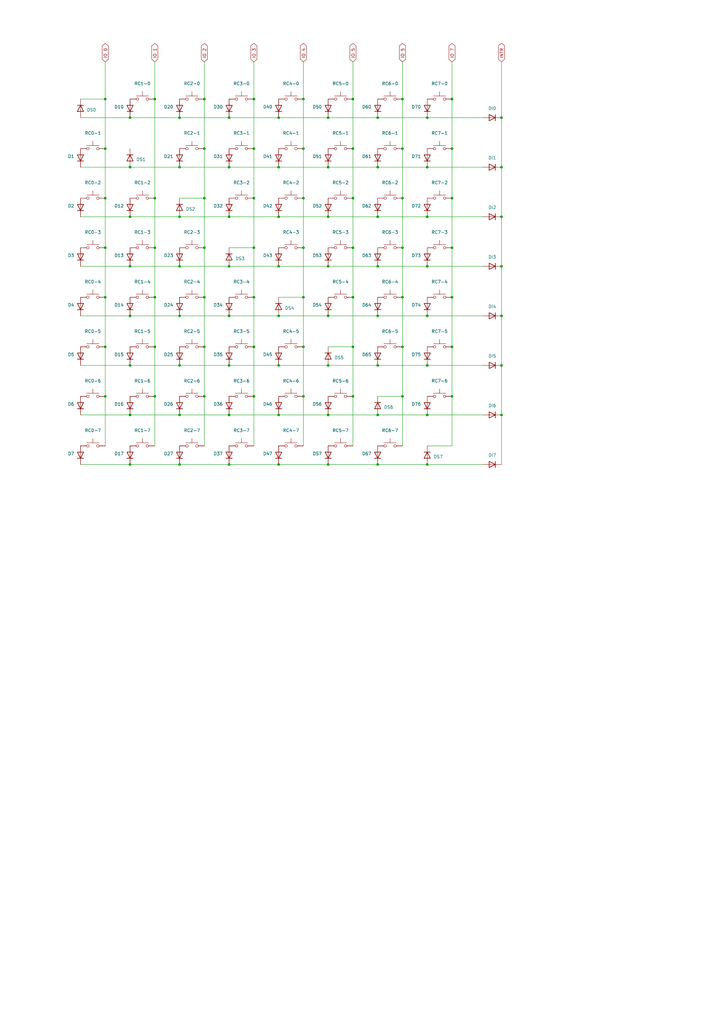
<source format=kicad_sch>
(kicad_sch (version 20230121) (generator eeschema)
  (paper "A3" portrait)
  (lib_symbols
    (symbol "Diode:1N4148" (pin_numbers hide) (pin_names hide)
      (property "Reference" "D" (at 0 2.54 0))
      (property "Value" "1N4148" (at 0 -2.54 0))
      (symbol "1N4148_1_1"
        (pin passive line (at -3.81 0 0) (length 2.54) (name "K") (number "1"))
        (pin passive line (at 3.81 0 180) (length 2.54) (name "A") (number "2"))
      )
    )
    (symbol "Switch:SW_Push" (pin_numbers hide) (pin_names (offset 1.016) hide)
      (property "Reference" "SW" (at 1.27 2.54 0))
      (property "Value" "SW_Push" (at 0 -1.524 0))
      (symbol "SW_Push_0_1"
        (pin passive line (at -5.08 0 0) (length 2.54) (name "1") (number "1"))
        (pin passive line (at 5.08 0 180) (length 2.54) (name "2") (number "2"))
      )
    )
  )
  (junction (at 165.1 142.24))
  (junction (at 185.42 101.6))
  (junction (at 104.14 81.28))
  (junction (at 43.18 162.56))
  (junction (at 165.1 40.64))
  (junction (at 63.5 101.6))
  (junction (at 124.46 101.6))
  (junction (at 73.66 149.86))
  (junction (at 134.62 48.26))
  (junction (at 93.98 129.54))
  (junction (at 43.18 40.64))
  (junction (at 53.34 190.5))
  (junction (at 83.82 40.64))
  (junction (at 53.34 170.18))
  (junction (at 175.26 88.9))
  (junction (at 185.42 81.28))
  (junction (at 175.26 149.86))
  (junction (at 104.14 60.96))
  (junction (at 114.3 170.18))
  (junction (at 73.66 68.58))
  (junction (at 205.74 170.18))
  (junction (at 93.98 88.9))
  (junction (at 185.42 40.64))
  (junction (at 154.94 190.5))
  (junction (at 165.1 81.28))
  (junction (at 175.26 170.18))
  (junction (at 124.46 40.64))
  (junction (at 134.62 68.58))
  (junction (at 154.94 149.86))
  (junction (at 73.66 170.18))
  (junction (at 93.98 149.86))
  (junction (at 83.82 162.56))
  (junction (at 114.3 88.9))
  (junction (at 124.46 81.28))
  (junction (at 104.14 40.64))
  (junction (at 205.74 88.9))
  (junction (at 185.42 60.96))
  (junction (at 175.26 129.54))
  (junction (at 134.62 190.5))
  (junction (at 175.26 190.5))
  (junction (at 114.3 129.54))
  (junction (at 124.46 121.92))
  (junction (at 53.34 48.26))
  (junction (at 63.5 81.28))
  (junction (at 165.1 101.6))
  (junction (at 43.18 60.96))
  (junction (at 73.66 109.22))
  (junction (at 53.34 129.54))
  (junction (at 185.42 142.24))
  (junction (at 53.34 68.58))
  (junction (at 175.26 68.58))
  (junction (at 63.5 121.92))
  (junction (at 83.82 60.96))
  (junction (at 175.26 109.22))
  (junction (at 63.5 162.56))
  (junction (at 43.18 101.6))
  (junction (at 134.62 129.54))
  (junction (at 154.94 48.26))
  (junction (at 63.5 40.64))
  (junction (at 73.66 88.9))
  (junction (at 73.66 48.26))
  (junction (at 93.98 109.22))
  (junction (at 53.34 149.86))
  (junction (at 43.18 142.24))
  (junction (at 104.14 121.92))
  (junction (at 93.98 170.18))
  (junction (at 53.34 88.9))
  (junction (at 104.14 142.24))
  (junction (at 185.42 162.56))
  (junction (at 83.82 81.28))
  (junction (at 144.78 121.92))
  (junction (at 205.74 48.26))
  (junction (at 93.98 48.26))
  (junction (at 134.62 88.9))
  (junction (at 124.46 60.96))
  (junction (at 93.98 190.5))
  (junction (at 165.1 121.92))
  (junction (at 165.1 162.56))
  (junction (at 205.74 149.86))
  (junction (at 144.78 142.24))
  (junction (at 104.14 162.56))
  (junction (at 83.82 121.92))
  (junction (at 114.3 190.5))
  (junction (at 154.94 129.54))
  (junction (at 205.74 68.58))
  (junction (at 154.94 68.58))
  (junction (at 53.34 109.22))
  (junction (at 154.94 88.9))
  (junction (at 144.78 81.28))
  (junction (at 83.82 101.6))
  (junction (at 134.62 149.86))
  (junction (at 165.1 60.96))
  (junction (at 134.62 170.18))
  (junction (at 93.98 68.58))
  (junction (at 205.74 109.22))
  (junction (at 114.3 68.58))
  (junction (at 43.18 121.92))
  (junction (at 144.78 60.96))
  (junction (at 124.46 162.56))
  (junction (at 63.5 142.24))
  (junction (at 83.82 142.24))
  (junction (at 144.78 101.6))
  (junction (at 185.42 121.92))
  (junction (at 114.3 48.26))
  (junction (at 154.94 109.22))
  (junction (at 154.94 170.18))
  (junction (at 175.26 48.26))
  (junction (at 114.3 149.86))
  (junction (at 134.62 109.22))
  (junction (at 104.14 101.6))
  (junction (at 43.18 81.28))
  (junction (at 124.46 142.24))
  (junction (at 144.78 162.56))
  (junction (at 205.74 129.54))
  (junction (at 73.66 129.54))
  (junction (at 73.66 190.5))
  (junction (at 114.3 109.22))
  (junction (at 144.78 40.64))
  (wire (pts (xy 154.94 68.58) (xy 175.26 68.58)))
  (wire (pts (xy 83.82 60.96) (xy 83.82 81.28)))
  (wire (pts (xy 144.78 25.4) (xy 144.78 40.64)))
  (wire (pts (xy 93.98 88.9) (xy 114.3 88.9)))
  (wire (pts (xy 185.42 162.56) (xy 185.42 182.88)))
  (wire (pts (xy 73.66 109.22) (xy 93.98 109.22)))
  (wire (pts (xy 114.3 48.26) (xy 134.62 48.26)))
  (wire (pts (xy 205.74 68.58) (xy 205.74 88.9)))
  (wire (pts (xy 198.12 149.86) (xy 175.26 149.86)))
  (wire (pts (xy 43.18 40.64) (xy 43.18 60.96)))
  (wire (pts (xy 63.5 81.28) (xy 63.5 101.6)))
  (wire (pts (xy 104.14 101.6) (xy 104.14 121.92)))
  (wire (pts (xy 73.66 48.26) (xy 93.98 48.26)))
  (wire (pts (xy 154.94 190.5) (xy 175.26 190.5)))
  (wire (pts (xy 93.98 190.5) (xy 114.3 190.5)))
  (wire (pts (xy 104.14 25.4) (xy 104.14 40.64)))
  (wire (pts (xy 73.66 81.28) (xy 83.82 81.28)))
  (wire (pts (xy 114.3 68.58) (xy 134.62 68.58)))
  (wire (pts (xy 63.5 40.64) (xy 63.5 81.28)))
  (wire (pts (xy 33.02 129.54) (xy 53.34 129.54)))
  (wire (pts (xy 185.42 40.64) (xy 185.42 60.96)))
  (wire (pts (xy 53.34 129.54) (xy 73.66 129.54)))
  (wire (pts (xy 83.82 162.56) (xy 83.82 182.88)))
  (wire (pts (xy 33.02 109.22) (xy 53.34 109.22)))
  (wire (pts (xy 53.34 68.58) (xy 73.66 68.58)))
  (wire (pts (xy 83.82 101.6) (xy 83.82 121.92)))
  (wire (pts (xy 124.46 121.92) (xy 124.46 142.24)))
  (wire (pts (xy 114.3 149.86) (xy 134.62 149.86)))
  (wire (pts (xy 165.1 162.56) (xy 165.1 182.88)))
  (wire (pts (xy 165.1 60.96) (xy 165.1 81.28)))
  (wire (pts (xy 53.34 109.22) (xy 73.66 109.22)))
  (wire (pts (xy 124.46 25.4) (xy 124.46 40.64)))
  (wire (pts (xy 73.66 68.58) (xy 93.98 68.58)))
  (wire (pts (xy 154.94 170.18) (xy 175.26 170.18)))
  (wire (pts (xy 134.62 68.58) (xy 154.94 68.58)))
  (wire (pts (xy 63.5 121.92) (xy 63.5 142.24)))
  (wire (pts (xy 114.3 190.5) (xy 134.62 190.5)))
  (wire (pts (xy 154.94 48.26) (xy 175.26 48.26)))
  (wire (pts (xy 73.66 170.18) (xy 93.98 170.18)))
  (wire (pts (xy 165.1 121.92) (xy 165.1 142.24)))
  (wire (pts (xy 198.12 170.18) (xy 175.26 170.18)))
  (wire (pts (xy 73.66 190.5) (xy 93.98 190.5)))
  (wire (pts (xy 134.62 170.18) (xy 154.94 170.18)))
  (wire (pts (xy 53.34 170.18) (xy 73.66 170.18)))
  (wire (pts (xy 43.18 60.96) (xy 43.18 81.28)))
  (wire (pts (xy 154.94 129.54) (xy 175.26 129.54)))
  (wire (pts (xy 114.3 88.9) (xy 134.62 88.9)))
  (wire (pts (xy 124.46 81.28) (xy 124.46 101.6)))
  (wire (pts (xy 165.1 81.28) (xy 165.1 101.6)))
  (wire (pts (xy 33.02 190.5) (xy 53.34 190.5)))
  (wire (pts (xy 53.34 190.5) (xy 73.66 190.5)))
  (wire (pts (xy 104.14 60.96) (xy 104.14 81.28)))
  (wire (pts (xy 104.14 81.28) (xy 104.14 101.6)))
  (wire (pts (xy 134.62 48.26) (xy 154.94 48.26)))
  (wire (pts (xy 53.34 88.9) (xy 73.66 88.9)))
  (wire (pts (xy 154.94 109.22) (xy 175.26 109.22)))
  (wire (pts (xy 93.98 109.22) (xy 114.3 109.22)))
  (wire (pts (xy 134.62 109.22) (xy 154.94 109.22)))
  (wire (pts (xy 33.02 68.58) (xy 53.34 68.58)))
  (wire (pts (xy 134.62 149.86) (xy 154.94 149.86)))
  (wire (pts (xy 134.62 190.5) (xy 154.94 190.5)))
  (wire (pts (xy 165.1 40.64) (xy 165.1 60.96)))
  (wire (pts (xy 205.74 149.86) (xy 205.74 170.18)))
  (wire (pts (xy 205.74 88.9) (xy 205.74 109.22)))
  (wire (pts (xy 198.12 48.26) (xy 175.26 48.26)))
  (wire (pts (xy 134.62 129.54) (xy 154.94 129.54)))
  (wire (pts (xy 43.18 121.92) (xy 43.18 142.24)))
  (wire (pts (xy 33.02 48.26) (xy 53.34 48.26)))
  (wire (pts (xy 93.98 149.86) (xy 114.3 149.86)))
  (wire (pts (xy 205.74 25.4) (xy 205.74 48.26)))
  (wire (pts (xy 73.66 88.9) (xy 93.98 88.9)))
  (wire (pts (xy 33.02 40.64) (xy 43.18 40.64)))
  (wire (pts (xy 198.12 129.54) (xy 175.26 129.54)))
  (wire (pts (xy 185.42 142.24) (xy 185.42 162.56)))
  (wire (pts (xy 165.1 25.4) (xy 165.1 40.64)))
  (wire (pts (xy 154.94 149.86) (xy 175.26 149.86)))
  (wire (pts (xy 134.62 88.9) (xy 154.94 88.9)))
  (wire (pts (xy 104.14 162.56) (xy 104.14 182.88)))
  (wire (pts (xy 93.98 48.26) (xy 114.3 48.26)))
  (wire (pts (xy 104.14 142.24) (xy 104.14 162.56)))
  (wire (pts (xy 205.74 48.26) (xy 205.74 68.58)))
  (wire (pts (xy 33.02 88.9) (xy 53.34 88.9)))
  (wire (pts (xy 124.46 101.6) (xy 124.46 121.92)))
  (wire (pts (xy 124.46 142.24) (xy 124.46 162.56)))
  (wire (pts (xy 185.42 60.96) (xy 185.42 81.28)))
  (wire (pts (xy 114.3 109.22) (xy 134.62 109.22)))
  (wire (pts (xy 53.34 48.26) (xy 73.66 48.26)))
  (wire (pts (xy 165.1 101.6) (xy 165.1 121.92)))
  (wire (pts (xy 93.98 101.6) (xy 104.14 101.6)))
  (wire (pts (xy 124.46 40.64) (xy 124.46 60.96)))
  (wire (pts (xy 154.94 162.56) (xy 165.1 162.56)))
  (wire (pts (xy 53.34 149.86) (xy 73.66 149.86)))
  (wire (pts (xy 93.98 129.54) (xy 114.3 129.54)))
  (wire (pts (xy 83.82 121.92) (xy 83.82 142.24)))
  (wire (pts (xy 93.98 68.58) (xy 114.3 68.58)))
  (wire (pts (xy 114.3 170.18) (xy 134.62 170.18)))
  (wire (pts (xy 73.66 129.54) (xy 93.98 129.54)))
  (wire (pts (xy 144.78 101.6) (xy 144.78 121.92)))
  (wire (pts (xy 83.82 81.28) (xy 83.82 101.6)))
  (wire (pts (xy 205.74 170.18) (xy 205.74 190.5)))
  (wire (pts (xy 43.18 101.6) (xy 43.18 121.92)))
  (wire (pts (xy 144.78 121.92) (xy 144.78 142.24)))
  (wire (pts (xy 63.5 25.4) (xy 63.5 40.64)))
  (wire (pts (xy 104.14 121.92) (xy 104.14 142.24)))
  (wire (pts (xy 175.26 182.88) (xy 185.42 182.88)))
  (wire (pts (xy 124.46 162.56) (xy 124.46 182.88)))
  (wire (pts (xy 124.46 60.96) (xy 124.46 81.28)))
  (wire (pts (xy 154.94 88.9) (xy 175.26 88.9)))
  (wire (pts (xy 144.78 142.24) (xy 144.78 162.56)))
  (wire (pts (xy 205.74 109.22) (xy 205.74 129.54)))
  (wire (pts (xy 198.12 109.22) (xy 175.26 109.22)))
  (wire (pts (xy 185.42 121.92) (xy 185.42 142.24)))
  (wire (pts (xy 83.82 40.64) (xy 83.82 60.96)))
  (wire (pts (xy 83.82 25.4) (xy 83.82 40.64)))
  (wire (pts (xy 73.66 149.86) (xy 93.98 149.86)))
  (wire (pts (xy 144.78 40.64) (xy 144.78 60.96)))
  (wire (pts (xy 185.42 25.4) (xy 185.42 40.64)))
  (wire (pts (xy 43.18 162.56) (xy 43.18 182.88)))
  (wire (pts (xy 185.42 101.6) (xy 185.42 121.92)))
  (wire (pts (xy 43.18 142.24) (xy 43.18 162.56)))
  (wire (pts (xy 33.02 149.86) (xy 53.34 149.86)))
  (wire (pts (xy 63.5 142.24) (xy 63.5 162.56)))
  (wire (pts (xy 165.1 142.24) (xy 165.1 162.56)))
  (wire (pts (xy 33.02 170.18) (xy 53.34 170.18)))
  (wire (pts (xy 43.18 81.28) (xy 43.18 101.6)))
  (wire (pts (xy 205.74 129.54) (xy 205.74 149.86)))
  (wire (pts (xy 93.98 170.18) (xy 114.3 170.18)))
  (wire (pts (xy 144.78 81.28) (xy 144.78 101.6)))
  (wire (pts (xy 114.3 121.92) (xy 124.46 121.92)))
  (wire (pts (xy 114.3 129.54) (xy 134.62 129.54)))
  (wire (pts (xy 63.5 101.6) (xy 63.5 121.92)))
  (wire (pts (xy 104.14 40.64) (xy 104.14 60.96)))
  (wire (pts (xy 144.78 162.56) (xy 144.78 182.88)))
  (wire (pts (xy 198.12 190.5) (xy 175.26 190.5)))
  (wire (pts (xy 144.78 60.96) (xy 144.78 81.28)))
  (wire (pts (xy 198.12 88.9) (xy 175.26 88.9)))
  (wire (pts (xy 198.12 68.58) (xy 175.26 68.58)))
  (wire (pts (xy 63.5 162.56) (xy 63.5 182.88)))
  (wire (pts (xy 134.62 142.24) (xy 144.78 142.24)))
  (wire (pts (xy 43.18 25.4) (xy 43.18 40.64)))
  (wire (pts (xy 83.82 142.24) (xy 83.82 162.56)))
  (wire (pts (xy 185.42 81.28) (xy 185.42 101.6)))
  (global_label "IO 3" (shape bidirectional) (at 104.14 25.4 90) (property "Intersheetrefs" "${INTERSHEET_REFS}" (effects hide)))
  (global_label "IO 1" (shape bidirectional) (at 63.5 25.4 90) (property "Intersheetrefs" "${INTERSHEET_REFS}" (effects hide)))
  (global_label "IO 7" (shape bidirectional) (at 185.42 25.4 90) (property "Intersheetrefs" "${INTERSHEET_REFS}" (effects hide)))
  (global_label "IO 0" (shape bidirectional) (at 43.18 25.4 90) (property "Intersheetrefs" "${INTERSHEET_REFS}" (effects hide)))
  (global_label "INTR" (shape bidirectional) (at 205.74 25.4 90) (property "Intersheetrefs" "${INTERSHEET_REFS}" (effects hide)))
  (global_label "IO 2" (shape bidirectional) (at 83.82 25.4 90) (property "Intersheetrefs" "${INTERSHEET_REFS}" (effects hide)))
  (global_label "IO 5" (shape bidirectional) (at 165.1 25.4 90) (property "Intersheetrefs" "${INTERSHEET_REFS}" (effects hide)))
  (global_label "IO 5" (shape bidirectional) (at 144.78 25.4 90) (property "Intersheetrefs" "${INTERSHEET_REFS}" (effects hide)))
  (global_label "IO 4" (shape bidirectional) (at 124.46 25.4 90) (property "Intersheetrefs" "${INTERSHEET_REFS}" (effects hide)))
  (symbol (lib_id "Diode:1N4148") (at 201.93 190.5 0) (mirror y) (unit 1)
    (property "Reference" "DI7" (at 201.93 186.69 0))
    (property "Value" "1N4148" (effects hide))
    (property "Footprint" "Diode_THT:D_DO-35_SOD27_P7.62mm_Horizontal" (effects hide))
    (property "Datasheet" "https://assets.nexperia.com/documents/data-sheet/1N4148_1N4448.pdf" (effects hide))
    (property "Sim.Device" "D" (effects hide))
    (property "Sim.Pins" "1=K 2=A" (effects hide))
  )
  (symbol (lib_id "Diode:1N4148") (at 154.94 85.09 270) (mirror x) (unit 1)
    (property "Reference" "D62" (at 152.4 84.455 90) (effects (justify right)))
    (property "Value" "1N4148" (effects hide))
    (property "Footprint" "Diode_THT:D_DO-35_SOD27_P7.62mm_Horizontal" (effects hide))
    (property "Datasheet" "https://assets.nexperia.com/documents/data-sheet/1N4148_1N4448.pdf" (effects hide))
    (property "Sim.Device" "D" (effects hide))
    (property "Sim.Pins" "1=K 2=A" (effects hide))
  )
  (symbol (lib_id "Diode:1N4148") (at 53.34 64.77 90) (mirror x) (unit 1)
    (property "Reference" "DS1" (at 55.88 65.405 90) (effects (justify right)))
    (property "Value" "1N4148" (effects hide))
    (property "Footprint" "Diode_THT:D_DO-35_SOD27_P7.62mm_Horizontal" (effects hide))
    (property "Datasheet" "https://assets.nexperia.com/documents/data-sheet/1N4148_1N4448.pdf" (effects hide))
    (property "Sim.Device" "D" (effects hide))
    (property "Sim.Pins" "1=K 2=A" (effects hide))
  )
  (symbol (lib_id "Diode:1N4148") (at 33.02 44.45 90) (mirror x) (unit 1)
    (property "Reference" "DS0" (at 35.56 45.085 90) (effects (justify right)))
    (property "Value" "1N4148" (effects hide))
    (property "Footprint" "Diode_THT:D_DO-35_SOD27_P7.62mm_Horizontal" (effects hide))
    (property "Datasheet" "https://assets.nexperia.com/documents/data-sheet/1N4148_1N4448.pdf" (effects hide))
    (property "Sim.Device" "D" (effects hide))
    (property "Sim.Pins" "1=K 2=A" (effects hide))
  )
  (symbol (lib_id "Diode:1N4148") (at 114.3 44.45 270) (mirror x) (unit 1)
    (property "Reference" "D40" (at 111.76 43.815 90) (effects (justify right)))
    (property "Value" "1N4148" (effects hide))
    (property "Footprint" "Diode_THT:D_DO-35_SOD27_P7.62mm_Horizontal" (effects hide))
    (property "Datasheet" "https://assets.nexperia.com/documents/data-sheet/1N4148_1N4448.pdf" (effects hide))
    (property "Sim.Device" "D" (effects hide))
    (property "Sim.Pins" "1=K 2=A" (effects hide))
  )
  (symbol (lib_id "Diode:1N4148") (at 201.93 149.86 0) (mirror y) (unit 1)
    (property "Reference" "DI5" (at 201.93 146.05 0))
    (property "Value" "1N4148" (effects hide))
    (property "Footprint" "Diode_THT:D_DO-35_SOD27_P7.62mm_Horizontal" (effects hide))
    (property "Datasheet" "https://assets.nexperia.com/documents/data-sheet/1N4148_1N4448.pdf" (effects hide))
    (property "Sim.Device" "D" (effects hide))
    (property "Sim.Pins" "1=K 2=A" (effects hide))
  )
  (symbol (lib_id "Diode:1N4148") (at 201.93 170.18 0) (mirror y) (unit 1)
    (property "Reference" "DI6" (at 201.93 166.37 0))
    (property "Value" "1N4148" (effects hide))
    (property "Footprint" "Diode_THT:D_DO-35_SOD27_P7.62mm_Horizontal" (effects hide))
    (property "Datasheet" "https://assets.nexperia.com/documents/data-sheet/1N4148_1N4448.pdf" (effects hide))
    (property "Sim.Device" "D" (effects hide))
    (property "Sim.Pins" "1=K 2=A" (effects hide))
  )
  (symbol (lib_id "Switch:SW_Push") (at 119.38 40.64 0) (mirror y) (unit 1)
    (property "Reference" "RC4-0" (at 119.38 34.29 0))
    (property "Value" "SW_Push" (effects hide))
  )
  (symbol (lib_id "Diode:1N4148") (at 33.02 146.05 270) (mirror x) (unit 1)
    (property "Reference" "D5" (at 30.48 145.415 90) (effects (justify right)))
    (property "Value" "1N4148" (effects hide))
    (property "Footprint" "Diode_THT:D_DO-35_SOD27_P7.62mm_Horizontal" (effects hide))
    (property "Datasheet" "https://assets.nexperia.com/documents/data-sheet/1N4148_1N4448.pdf" (effects hide))
    (property "Sim.Device" "D" (effects hide))
    (property "Sim.Pins" "1=K 2=A" (effects hide))
  )
  (symbol (lib_id "Switch:SW_Push") (at 139.7 121.92 0) (mirror y) (unit 1)
    (property "Reference" "RC5-4" (at 139.7 115.57 0))
    (property "Value" "SW_Push" (effects hide))
  )
  (symbol (lib_id "Diode:1N4148") (at 154.94 64.77 270) (mirror x) (unit 1)
    (property "Reference" "D61" (at 152.4 64.135 90) (effects (justify right)))
    (property "Value" "1N4148" (effects hide))
    (property "Footprint" "Diode_THT:D_DO-35_SOD27_P7.62mm_Horizontal" (effects hide))
    (property "Datasheet" "https://assets.nexperia.com/documents/data-sheet/1N4148_1N4448.pdf" (effects hide))
    (property "Sim.Device" "D" (effects hide))
    (property "Sim.Pins" "1=K 2=A" (effects hide))
  )
  (symbol (lib_id "Diode:1N4148") (at 154.94 146.05 270) (mirror x) (unit 1)
    (property "Reference" "D65" (at 152.4 145.415 90) (effects (justify right)))
    (property "Value" "1N4148" (effects hide))
    (property "Footprint" "Diode_THT:D_DO-35_SOD27_P7.62mm_Horizontal" (effects hide))
    (property "Datasheet" "https://assets.nexperia.com/documents/data-sheet/1N4148_1N4448.pdf" (effects hide))
    (property "Sim.Device" "D" (effects hide))
    (property "Sim.Pins" "1=K 2=A" (effects hide))
  )
  (symbol (lib_id "Switch:SW_Push") (at 160.02 121.92 0) (mirror y) (unit 1)
    (property "Reference" "RC6-4" (at 160.02 115.57 0))
    (property "Value" "SW_Push" (effects hide))
  )
  (symbol (lib_id "Switch:SW_Push") (at 99.06 60.96 0) (mirror y) (unit 1)
    (property "Reference" "RC3-1" (at 99.06 54.61 0))
    (property "Value" "SW_Push" (effects hide))
  )
  (symbol (lib_id "Switch:SW_Push") (at 119.38 182.88 0) (mirror y) (unit 1)
    (property "Reference" "RC4-7" (at 119.38 176.53 0))
    (property "Value" "SW_Push" (effects hide))
  )
  (symbol (lib_id "Switch:SW_Push") (at 78.74 101.6 0) (mirror y) (unit 1)
    (property "Reference" "RC2-3" (at 78.74 95.25 0))
    (property "Value" "SW_Push" (effects hide))
  )
  (symbol (lib_id "Diode:1N4148") (at 154.94 166.37 90) (mirror x) (unit 1)
    (property "Reference" "DS6" (at 157.48 167.005 90) (effects (justify right)))
    (property "Value" "1N4148" (effects hide))
    (property "Footprint" "Diode_THT:D_DO-35_SOD27_P7.62mm_Horizontal" (effects hide))
    (property "Datasheet" "https://assets.nexperia.com/documents/data-sheet/1N4148_1N4448.pdf" (effects hide))
    (property "Sim.Device" "D" (effects hide))
    (property "Sim.Pins" "1=K 2=A" (effects hide))
  )
  (symbol (lib_id "Diode:1N4148") (at 154.94 105.41 270) (mirror x) (unit 1)
    (property "Reference" "D63" (at 152.4 104.775 90) (effects (justify right)))
    (property "Value" "1N4148" (effects hide))
    (property "Footprint" "Diode_THT:D_DO-35_SOD27_P7.62mm_Horizontal" (effects hide))
    (property "Datasheet" "https://assets.nexperia.com/documents/data-sheet/1N4148_1N4448.pdf" (effects hide))
    (property "Sim.Device" "D" (effects hide))
    (property "Sim.Pins" "1=K 2=A" (effects hide))
  )
  (symbol (lib_id "Switch:SW_Push") (at 58.42 101.6 0) (mirror y) (unit 1)
    (property "Reference" "RC1-3" (at 58.42 95.25 0))
    (property "Value" "SW_Push" (effects hide))
  )
  (symbol (lib_id "Diode:1N4148") (at 175.26 146.05 270) (mirror x) (unit 1)
    (property "Reference" "D75" (at 172.72 145.415 90) (effects (justify right)))
    (property "Value" "1N4148" (effects hide))
    (property "Footprint" "Diode_THT:D_DO-35_SOD27_P7.62mm_Horizontal" (effects hide))
    (property "Datasheet" "https://assets.nexperia.com/documents/data-sheet/1N4148_1N4448.pdf" (effects hide))
    (property "Sim.Device" "D" (effects hide))
    (property "Sim.Pins" "1=K 2=A" (effects hide))
  )
  (symbol (lib_id "Switch:SW_Push") (at 99.06 40.64 0) (mirror y) (unit 1)
    (property "Reference" "RC3-0" (at 99.06 34.29 0))
    (property "Value" "SW_Push" (effects hide))
  )
  (symbol (lib_id "Switch:SW_Push") (at 58.42 121.92 0) (mirror y) (unit 1)
    (property "Reference" "RC1-4" (at 58.42 115.57 0))
    (property "Value" "SW_Push" (effects hide))
  )
  (symbol (lib_id "Diode:1N4148") (at 134.62 125.73 270) (mirror x) (unit 1)
    (property "Reference" "D54" (at 132.08 125.095 90) (effects (justify right)))
    (property "Value" "1N4148" (effects hide))
    (property "Footprint" "Diode_THT:D_DO-35_SOD27_P7.62mm_Horizontal" (effects hide))
    (property "Datasheet" "https://assets.nexperia.com/documents/data-sheet/1N4148_1N4448.pdf" (effects hide))
    (property "Sim.Device" "D" (effects hide))
    (property "Sim.Pins" "1=K 2=A" (effects hide))
  )
  (symbol (lib_id "Diode:1N4148") (at 73.66 166.37 270) (mirror x) (unit 1)
    (property "Reference" "D26" (at 71.12 165.735 90) (effects (justify right)))
    (property "Value" "1N4148" (effects hide))
    (property "Footprint" "Diode_THT:D_DO-35_SOD27_P7.62mm_Horizontal" (effects hide))
    (property "Datasheet" "https://assets.nexperia.com/documents/data-sheet/1N4148_1N4448.pdf" (effects hide))
    (property "Sim.Device" "D" (effects hide))
    (property "Sim.Pins" "1=K 2=A" (effects hide))
  )
  (symbol (lib_id "Switch:SW_Push") (at 58.42 81.28 0) (mirror y) (unit 1)
    (property "Reference" "RC1-2" (at 58.42 74.93 0))
    (property "Value" "SW_Push" (effects hide))
  )
  (symbol (lib_id "Diode:1N4148") (at 53.34 186.69 270) (mirror x) (unit 1)
    (property "Reference" "D17" (at 50.8 186.055 90) (effects (justify right)))
    (property "Value" "1N4148" (effects hide))
    (property "Footprint" "Diode_THT:D_DO-35_SOD27_P7.62mm_Horizontal" (effects hide))
    (property "Datasheet" "https://assets.nexperia.com/documents/data-sheet/1N4148_1N4448.pdf" (effects hide))
    (property "Sim.Device" "D" (effects hide))
    (property "Sim.Pins" "1=K 2=A" (effects hide))
  )
  (symbol (lib_id "Switch:SW_Push") (at 139.7 182.88 0) (mirror y) (unit 1)
    (property "Reference" "RC5-7" (at 139.7 176.53 0))
    (property "Value" "SW_Push" (effects hide))
  )
  (symbol (lib_id "Diode:1N4148") (at 114.3 105.41 270) (mirror x) (unit 1)
    (property "Reference" "D43" (at 111.76 104.775 90) (effects (justify right)))
    (property "Value" "1N4148" (effects hide))
    (property "Footprint" "Diode_THT:D_DO-35_SOD27_P7.62mm_Horizontal" (effects hide))
    (property "Datasheet" "https://assets.nexperia.com/documents/data-sheet/1N4148_1N4448.pdf" (effects hide))
    (property "Sim.Device" "D" (effects hide))
    (property "Sim.Pins" "1=K 2=A" (effects hide))
  )
  (symbol (lib_id "Switch:SW_Push") (at 38.1 182.88 0) (mirror y) (unit 1)
    (property "Reference" "RC0-7" (at 38.1 176.53 0))
    (property "Value" "SW_Push" (effects hide))
  )
  (symbol (lib_id "Switch:SW_Push") (at 180.34 60.96 0) (mirror y) (unit 1)
    (property "Reference" "RC7-1" (at 180.34 54.61 0))
    (property "Value" "SW_Push" (effects hide))
  )
  (symbol (lib_id "Switch:SW_Push") (at 58.42 40.64 0) (mirror y) (unit 1)
    (property "Reference" "RC1-0" (at 58.42 34.29 0))
    (property "Value" "SW_Push" (effects hide))
  )
  (symbol (lib_id "Diode:1N4148") (at 93.98 64.77 270) (mirror x) (unit 1)
    (property "Reference" "D31" (at 91.44 64.135 90) (effects (justify right)))
    (property "Value" "1N4148" (effects hide))
    (property "Footprint" "Diode_THT:D_DO-35_SOD27_P7.62mm_Horizontal" (effects hide))
    (property "Datasheet" "https://assets.nexperia.com/documents/data-sheet/1N4148_1N4448.pdf" (effects hide))
    (property "Sim.Device" "D" (effects hide))
    (property "Sim.Pins" "1=K 2=A" (effects hide))
  )
  (symbol (lib_id "Switch:SW_Push") (at 119.38 60.96 0) (mirror y) (unit 1)
    (property "Reference" "RC4-1" (at 119.38 54.61 0))
    (property "Value" "SW_Push" (effects hide))
  )
  (symbol (lib_id "Diode:1N4148") (at 154.94 44.45 270) (mirror x) (unit 1)
    (property "Reference" "D60" (at 152.4 43.815 90) (effects (justify right)))
    (property "Value" "1N4148" (effects hide))
    (property "Footprint" "Diode_THT:D_DO-35_SOD27_P7.62mm_Horizontal" (effects hide))
    (property "Datasheet" "https://assets.nexperia.com/documents/data-sheet/1N4148_1N4448.pdf" (effects hide))
    (property "Sim.Device" "D" (effects hide))
    (property "Sim.Pins" "1=K 2=A" (effects hide))
  )
  (symbol (lib_id "Diode:1N4148") (at 154.94 186.69 270) (mirror x) (unit 1)
    (property "Reference" "D67" (at 152.4 186.055 90) (effects (justify right)))
    (property "Value" "1N4148" (effects hide))
    (property "Footprint" "Diode_THT:D_DO-35_SOD27_P7.62mm_Horizontal" (effects hide))
    (property "Datasheet" "https://assets.nexperia.com/documents/data-sheet/1N4148_1N4448.pdf" (effects hide))
    (property "Sim.Device" "D" (effects hide))
    (property "Sim.Pins" "1=K 2=A" (effects hide))
  )
  (symbol (lib_id "Diode:1N4148") (at 93.98 85.09 270) (mirror x) (unit 1)
    (property "Reference" "D32" (at 91.44 84.455 90) (effects (justify right)))
    (property "Value" "1N4148" (effects hide))
    (property "Footprint" "Diode_THT:D_DO-35_SOD27_P7.62mm_Horizontal" (effects hide))
    (property "Datasheet" "https://assets.nexperia.com/documents/data-sheet/1N4148_1N4448.pdf" (effects hide))
    (property "Sim.Device" "D" (effects hide))
    (property "Sim.Pins" "1=K 2=A" (effects hide))
  )
  (symbol (lib_id "Diode:1N4148") (at 175.26 64.77 270) (mirror x) (unit 1)
    (property "Reference" "D71" (at 172.72 64.135 90) (effects (justify right)))
    (property "Value" "1N4148" (effects hide))
    (property "Footprint" "Diode_THT:D_DO-35_SOD27_P7.62mm_Horizontal" (effects hide))
    (property "Datasheet" "https://assets.nexperia.com/documents/data-sheet/1N4148_1N4448.pdf" (effects hide))
    (property "Sim.Device" "D" (effects hide))
    (property "Sim.Pins" "1=K 2=A" (effects hide))
  )
  (symbol (lib_id "Diode:1N4148") (at 114.3 146.05 270) (mirror x) (unit 1)
    (property "Reference" "D45" (at 111.76 145.415 90) (effects (justify right)))
    (property "Value" "1N4148" (effects hide))
    (property "Footprint" "Diode_THT:D_DO-35_SOD27_P7.62mm_Horizontal" (effects hide))
    (property "Datasheet" "https://assets.nexperia.com/documents/data-sheet/1N4148_1N4448.pdf" (effects hide))
    (property "Sim.Device" "D" (effects hide))
    (property "Sim.Pins" "1=K 2=A" (effects hide))
  )
  (symbol (lib_id "Switch:SW_Push") (at 99.06 81.28 0) (mirror y) (unit 1)
    (property "Reference" "RC3-2" (at 99.06 74.93 0))
    (property "Value" "SW_Push" (effects hide))
  )
  (symbol (lib_id "Diode:1N4148") (at 201.93 48.26 0) (mirror y) (unit 1)
    (property "Reference" "DI0" (at 201.93 44.45 0))
    (property "Value" "1N4148" (effects hide))
    (property "Footprint" "Diode_THT:D_DO-35_SOD27_P7.62mm_Horizontal" (effects hide))
    (property "Datasheet" "https://assets.nexperia.com/documents/data-sheet/1N4148_1N4448.pdf" (effects hide))
    (property "Sim.Device" "D" (effects hide))
    (property "Sim.Pins" "1=K 2=A" (effects hide))
  )
  (symbol (lib_id "Diode:1N4148") (at 134.62 85.09 270) (mirror x) (unit 1)
    (property "Reference" "D52" (at 132.08 84.455 90) (effects (justify right)))
    (property "Value" "1N4148" (effects hide))
    (property "Footprint" "Diode_THT:D_DO-35_SOD27_P7.62mm_Horizontal" (effects hide))
    (property "Datasheet" "https://assets.nexperia.com/documents/data-sheet/1N4148_1N4448.pdf" (effects hide))
    (property "Sim.Device" "D" (effects hide))
    (property "Sim.Pins" "1=K 2=A" (effects hide))
  )
  (symbol (lib_id "Diode:1N4148") (at 154.94 125.73 270) (mirror x) (unit 1)
    (property "Reference" "D64" (at 152.4 125.095 90) (effects (justify right)))
    (property "Value" "1N4148" (effects hide))
    (property "Footprint" "Diode_THT:D_DO-35_SOD27_P7.62mm_Horizontal" (effects hide))
    (property "Datasheet" "https://assets.nexperia.com/documents/data-sheet/1N4148_1N4448.pdf" (effects hide))
    (property "Sim.Device" "D" (effects hide))
    (property "Sim.Pins" "1=K 2=A" (effects hide))
  )
  (symbol (lib_id "Switch:SW_Push") (at 160.02 142.24 0) (mirror y) (unit 1)
    (property "Reference" "RC6-5" (at 160.02 135.89 0))
    (property "Value" "SW_Push" (effects hide))
  )
  (symbol (lib_id "Diode:1N4148") (at 33.02 186.69 270) (mirror x) (unit 1)
    (property "Reference" "D7" (at 30.48 186.055 90) (effects (justify right)))
    (property "Value" "1N4148" (effects hide))
    (property "Footprint" "Diode_THT:D_DO-35_SOD27_P7.62mm_Horizontal" (effects hide))
    (property "Datasheet" "https://assets.nexperia.com/documents/data-sheet/1N4148_1N4448.pdf" (effects hide))
    (property "Sim.Device" "D" (effects hide))
    (property "Sim.Pins" "1=K 2=A" (effects hide))
  )
  (symbol (lib_id "Diode:1N4148") (at 114.3 64.77 270) (mirror x) (unit 1)
    (property "Reference" "D41" (at 111.76 64.135 90) (effects (justify right)))
    (property "Value" "1N4148" (effects hide))
    (property "Footprint" "Diode_THT:D_DO-35_SOD27_P7.62mm_Horizontal" (effects hide))
    (property "Datasheet" "https://assets.nexperia.com/documents/data-sheet/1N4148_1N4448.pdf" (effects hide))
    (property "Sim.Device" "D" (effects hide))
    (property "Sim.Pins" "1=K 2=A" (effects hide))
  )
  (symbol (lib_id "Diode:1N4148") (at 93.98 186.69 270) (mirror x) (unit 1)
    (property "Reference" "D37" (at 91.44 186.055 90) (effects (justify right)))
    (property "Value" "1N4148" (effects hide))
    (property "Footprint" "Diode_THT:D_DO-35_SOD27_P7.62mm_Horizontal" (effects hide))
    (property "Datasheet" "https://assets.nexperia.com/documents/data-sheet/1N4148_1N4448.pdf" (effects hide))
    (property "Sim.Device" "D" (effects hide))
    (property "Sim.Pins" "1=K 2=A" (effects hide))
  )
  (symbol (lib_id "Switch:SW_Push") (at 180.34 162.56 0) (mirror y) (unit 1)
    (property "Reference" "RC7-6" (at 180.34 156.21 0))
    (property "Value" "SW_Push" (effects hide))
  )
  (symbol (lib_id "Diode:1N4148") (at 175.26 44.45 270) (mirror x) (unit 1)
    (property "Reference" "D70" (at 172.72 43.815 90) (effects (justify right)))
    (property "Value" "1N4148" (effects hide))
    (property "Footprint" "Diode_THT:D_DO-35_SOD27_P7.62mm_Horizontal" (effects hide))
    (property "Datasheet" "https://assets.nexperia.com/documents/data-sheet/1N4148_1N4448.pdf" (effects hide))
    (property "Sim.Device" "D" (effects hide))
    (property "Sim.Pins" "1=K 2=A" (effects hide))
  )
  (symbol (lib_id "Diode:1N4148") (at 201.93 68.58 0) (mirror y) (unit 1)
    (property "Reference" "DI1" (at 201.93 64.77 0))
    (property "Value" "1N4148" (effects hide))
    (property "Footprint" "Diode_THT:D_DO-35_SOD27_P7.62mm_Horizontal" (effects hide))
    (property "Datasheet" "https://assets.nexperia.com/documents/data-sheet/1N4148_1N4448.pdf" (effects hide))
    (property "Sim.Device" "D" (effects hide))
    (property "Sim.Pins" "1=K 2=A" (effects hide))
  )
  (symbol (lib_id "Diode:1N4148") (at 73.66 64.77 270) (mirror x) (unit 1)
    (property "Reference" "D21" (at 71.12 64.135 90) (effects (justify right)))
    (property "Value" "1N4148" (effects hide))
    (property "Footprint" "Diode_THT:D_DO-35_SOD27_P7.62mm_Horizontal" (effects hide))
    (property "Datasheet" "https://assets.nexperia.com/documents/data-sheet/1N4148_1N4448.pdf" (effects hide))
    (property "Sim.Device" "D" (effects hide))
    (property "Sim.Pins" "1=K 2=A" (effects hide))
  )
  (symbol (lib_id "Diode:1N4148") (at 93.98 146.05 270) (mirror x) (unit 1)
    (property "Reference" "D35" (at 91.44 145.415 90) (effects (justify right)))
    (property "Value" "1N4148" (effects hide))
    (property "Footprint" "Diode_THT:D_DO-35_SOD27_P7.62mm_Horizontal" (effects hide))
    (property "Datasheet" "https://assets.nexperia.com/documents/data-sheet/1N4148_1N4448.pdf" (effects hide))
    (property "Sim.Device" "D" (effects hide))
    (property "Sim.Pins" "1=K 2=A" (effects hide))
  )
  (symbol (lib_id "Diode:1N4148") (at 134.62 166.37 270) (mirror x) (unit 1)
    (property "Reference" "D56" (at 132.08 165.735 90) (effects (justify right)))
    (property "Value" "1N4148" (effects hide))
    (property "Footprint" "Diode_THT:D_DO-35_SOD27_P7.62mm_Horizontal" (effects hide))
    (property "Datasheet" "https://assets.nexperia.com/documents/data-sheet/1N4148_1N4448.pdf" (effects hide))
    (property "Sim.Device" "D" (effects hide))
    (property "Sim.Pins" "1=K 2=A" (effects hide))
  )
  (symbol (lib_id "Switch:SW_Push") (at 119.38 162.56 0) (mirror y) (unit 1)
    (property "Reference" "RC4-6" (at 119.38 156.21 0))
    (property "Value" "SW_Push" (effects hide))
  )
  (symbol (lib_id "Diode:1N4148") (at 53.34 146.05 270) (mirror x) (unit 1)
    (property "Reference" "D15" (at 50.8 145.415 90) (effects (justify right)))
    (property "Value" "1N4148" (effects hide))
    (property "Footprint" "Diode_THT:D_DO-35_SOD27_P7.62mm_Horizontal" (effects hide))
    (property "Datasheet" "https://assets.nexperia.com/documents/data-sheet/1N4148_1N4448.pdf" (effects hide))
    (property "Sim.Device" "D" (effects hide))
    (property "Sim.Pins" "1=K 2=A" (effects hide))
  )
  (symbol (lib_id "Switch:SW_Push") (at 38.1 81.28 0) (mirror y) (unit 1)
    (property "Reference" "RC0-2" (at 38.1 74.93 0))
    (property "Value" "SW_Push" (effects hide))
  )
  (symbol (lib_id "Diode:1N4148") (at 33.02 125.73 270) (mirror x) (unit 1)
    (property "Reference" "D4" (at 30.48 125.095 90) (effects (justify right)))
    (property "Value" "1N4148" (effects hide))
    (property "Footprint" "Diode_THT:D_DO-35_SOD27_P7.62mm_Horizontal" (effects hide))
    (property "Datasheet" "https://assets.nexperia.com/documents/data-sheet/1N4148_1N4448.pdf" (effects hide))
    (property "Sim.Device" "D" (effects hide))
    (property "Sim.Pins" "1=K 2=A" (effects hide))
  )
  (symbol (lib_id "Switch:SW_Push") (at 78.74 162.56 0) (mirror y) (unit 1)
    (property "Reference" "RC2-6" (at 78.74 156.21 0))
    (property "Value" "SW_Push" (effects hide))
  )
  (symbol (lib_id "Diode:1N4148") (at 93.98 166.37 270) (mirror x) (unit 1)
    (property "Reference" "D36" (at 91.44 165.735 90) (effects (justify right)))
    (property "Value" "1N4148" (effects hide))
    (property "Footprint" "Diode_THT:D_DO-35_SOD27_P7.62mm_Horizontal" (effects hide))
    (property "Datasheet" "https://assets.nexperia.com/documents/data-sheet/1N4148_1N4448.pdf" (effects hide))
    (property "Sim.Device" "D" (effects hide))
    (property "Sim.Pins" "1=K 2=A" (effects hide))
  )
  (symbol (lib_id "Switch:SW_Push") (at 180.34 101.6 0) (mirror y) (unit 1)
    (property "Reference" "RC7-3" (at 180.34 95.25 0))
    (property "Value" "SW_Push" (effects hide))
  )
  (symbol (lib_id "Switch:SW_Push") (at 99.06 162.56 0) (mirror y) (unit 1)
    (property "Reference" "RC3-6" (at 99.06 156.21 0))
    (property "Value" "SW_Push" (effects hide))
  )
  (symbol (lib_id "Diode:1N4148") (at 134.62 105.41 270) (mirror x) (unit 1)
    (property "Reference" "D53" (at 132.08 104.775 90) (effects (justify right)))
    (property "Value" "1N4148" (effects hide))
    (property "Footprint" "Diode_THT:D_DO-35_SOD27_P7.62mm_Horizontal" (effects hide))
    (property "Datasheet" "https://assets.nexperia.com/documents/data-sheet/1N4148_1N4448.pdf" (effects hide))
    (property "Sim.Device" "D" (effects hide))
    (property "Sim.Pins" "1=K 2=A" (effects hide))
  )
  (symbol (lib_id "Switch:SW_Push") (at 160.02 81.28 0) (mirror y) (unit 1)
    (property "Reference" "RC6-2" (at 160.02 74.93 0))
    (property "Value" "SW_Push" (effects hide))
  )
  (symbol (lib_id "Diode:1N4148") (at 73.66 105.41 270) (mirror x) (unit 1)
    (property "Reference" "D23" (at 71.12 104.775 90) (effects (justify right)))
    (property "Value" "1N4148" (effects hide))
    (property "Footprint" "Diode_THT:D_DO-35_SOD27_P7.62mm_Horizontal" (effects hide))
    (property "Datasheet" "https://assets.nexperia.com/documents/data-sheet/1N4148_1N4448.pdf" (effects hide))
    (property "Sim.Device" "D" (effects hide))
    (property "Sim.Pins" "1=K 2=A" (effects hide))
  )
  (symbol (lib_id "Diode:1N4148") (at 93.98 125.73 270) (mirror x) (unit 1)
    (property "Reference" "D34" (at 91.44 125.095 90) (effects (justify right)))
    (property "Value" "1N4148" (effects hide))
    (property "Footprint" "Diode_THT:D_DO-35_SOD27_P7.62mm_Horizontal" (effects hide))
    (property "Datasheet" "https://assets.nexperia.com/documents/data-sheet/1N4148_1N4448.pdf" (effects hide))
    (property "Sim.Device" "D" (effects hide))
    (property "Sim.Pins" "1=K 2=A" (effects hide))
  )
  (symbol (lib_id "Diode:1N4148") (at 53.34 44.45 270) (mirror x) (unit 1)
    (property "Reference" "D10" (at 50.8 43.815 90) (effects (justify right)))
    (property "Value" "1N4148" (effects hide))
    (property "Footprint" "Diode_THT:D_DO-35_SOD27_P7.62mm_Horizontal" (effects hide))
    (property "Datasheet" "https://assets.nexperia.com/documents/data-sheet/1N4148_1N4448.pdf" (effects hide))
    (property "Sim.Device" "D" (effects hide))
    (property "Sim.Pins" "1=K 2=A" (effects hide))
  )
  (symbol (lib_id "Switch:SW_Push") (at 139.7 60.96 0) (mirror y) (unit 1)
    (property "Reference" "RC5-1" (at 139.7 54.61 0))
    (property "Value" "SW_Push" (effects hide))
  )
  (symbol (lib_id "Diode:1N4148") (at 53.34 166.37 270) (mirror x) (unit 1)
    (property "Reference" "D16" (at 50.8 165.735 90) (effects (justify right)))
    (property "Value" "1N4148" (effects hide))
    (property "Footprint" "Diode_THT:D_DO-35_SOD27_P7.62mm_Horizontal" (effects hide))
    (property "Datasheet" "https://assets.nexperia.com/documents/data-sheet/1N4148_1N4448.pdf" (effects hide))
    (property "Sim.Device" "D" (effects hide))
    (property "Sim.Pins" "1=K 2=A" (effects hide))
  )
  (symbol (lib_id "Diode:1N4148") (at 73.66 44.45 270) (mirror x) (unit 1)
    (property "Reference" "D20" (at 71.12 43.815 90) (effects (justify right)))
    (property "Value" "1N4148" (effects hide))
    (property "Footprint" "Diode_THT:D_DO-35_SOD27_P7.62mm_Horizontal" (effects hide))
    (property "Datasheet" "https://assets.nexperia.com/documents/data-sheet/1N4148_1N4448.pdf" (effects hide))
    (property "Sim.Device" "D" (effects hide))
    (property "Sim.Pins" "1=K 2=A" (effects hide))
  )
  (symbol (lib_id "Switch:SW_Push") (at 78.74 121.92 0) (mirror y) (unit 1)
    (property "Reference" "RC2-4" (at 78.74 115.57 0))
    (property "Value" "SW_Push" (effects hide))
  )
  (symbol (lib_id "Diode:1N4148") (at 134.62 186.69 270) (mirror x) (unit 1)
    (property "Reference" "D57" (at 132.08 186.055 90) (effects (justify right)))
    (property "Value" "1N4148" (effects hide))
    (property "Footprint" "Diode_THT:D_DO-35_SOD27_P7.62mm_Horizontal" (effects hide))
    (property "Datasheet" "https://assets.nexperia.com/documents/data-sheet/1N4148_1N4448.pdf" (effects hide))
    (property "Sim.Device" "D" (effects hide))
    (property "Sim.Pins" "1=K 2=A" (effects hide))
  )
  (symbol (lib_id "Switch:SW_Push") (at 160.02 60.96 0) (mirror y) (unit 1)
    (property "Reference" "RC6-1" (at 160.02 54.61 0))
    (property "Value" "SW_Push" (effects hide))
  )
  (symbol (lib_id "Switch:SW_Push") (at 160.02 182.88 0) (mirror y) (unit 1)
    (property "Reference" "RC6-7" (at 160.02 176.53 0))
    (property "Value" "SW_Push" (effects hide))
  )
  (symbol (lib_id "Diode:1N4148") (at 175.26 105.41 270) (mirror x) (unit 1)
    (property "Reference" "D73" (at 172.72 104.775 90) (effects (justify right)))
    (property "Value" "1N4148" (effects hide))
    (property "Footprint" "Diode_THT:D_DO-35_SOD27_P7.62mm_Horizontal" (effects hide))
    (property "Datasheet" "https://assets.nexperia.com/documents/data-sheet/1N4148_1N4448.pdf" (effects hide))
    (property "Sim.Device" "D" (effects hide))
    (property "Sim.Pins" "1=K 2=A" (effects hide))
  )
  (symbol (lib_id "Switch:SW_Push") (at 139.7 162.56 0) (mirror y) (unit 1)
    (property "Reference" "RC5-6" (at 139.7 156.21 0))
    (property "Value" "SW_Push" (effects hide))
  )
  (symbol (lib_id "Switch:SW_Push") (at 119.38 101.6 0) (mirror y) (unit 1)
    (property "Reference" "RC4-3" (at 119.38 95.25 0))
    (property "Value" "SW_Push" (effects hide))
  )
  (symbol (lib_id "Diode:1N4148") (at 93.98 44.45 270) (mirror x) (unit 1)
    (property "Reference" "D30" (at 91.44 43.815 90) (effects (justify right)))
    (property "Value" "1N4148" (effects hide))
    (property "Footprint" "Diode_THT:D_DO-35_SOD27_P7.62mm_Horizontal" (effects hide))
    (property "Datasheet" "https://assets.nexperia.com/documents/data-sheet/1N4148_1N4448.pdf" (effects hide))
    (property "Sim.Device" "D" (effects hide))
    (property "Sim.Pins" "1=K 2=A" (effects hide))
  )
  (symbol (lib_id "Switch:SW_Push") (at 78.74 182.88 0) (mirror y) (unit 1)
    (property "Reference" "RC2-7" (at 78.74 176.53 0))
    (property "Value" "SW_Push" (effects hide))
  )
  (symbol (lib_id "Switch:SW_Push") (at 58.42 142.24 0) (mirror y) (unit 1)
    (property "Reference" "RC1-5" (at 58.42 135.89 0))
    (property "Value" "SW_Push" (effects hide))
  )
  (symbol (lib_id "Diode:1N4148") (at 201.93 129.54 0) (mirror y) (unit 1)
    (property "Reference" "DI4" (at 201.93 125.73 0))
    (property "Value" "1N4148" (effects hide))
    (property "Footprint" "Diode_THT:D_DO-35_SOD27_P7.62mm_Horizontal" (effects hide))
    (property "Datasheet" "https://assets.nexperia.com/documents/data-sheet/1N4148_1N4448.pdf" (effects hide))
    (property "Sim.Device" "D" (effects hide))
    (property "Sim.Pins" "1=K 2=A" (effects hide))
  )
  (symbol (lib_id "Switch:SW_Push") (at 180.34 40.64 0) (mirror y) (unit 1)
    (property "Reference" "RC7-0" (at 180.34 34.29 0))
    (property "Value" "SW_Push" (effects hide))
  )
  (symbol (lib_id "Switch:SW_Push") (at 99.06 182.88 0) (mirror y) (unit 1)
    (property "Reference" "RC3-7" (at 99.06 176.53 0))
    (property "Value" "SW_Push" (effects hide))
  )
  (symbol (lib_id "Diode:1N4148") (at 175.26 186.69 90) (mirror x) (unit 1)
    (property "Reference" "DS7" (at 177.8 187.325 90) (effects (justify right)))
    (property "Value" "1N4148" (effects hide))
    (property "Footprint" "Diode_THT:D_DO-35_SOD27_P7.62mm_Horizontal" (effects hide))
    (property "Datasheet" "https://assets.nexperia.com/documents/data-sheet/1N4148_1N4448.pdf" (effects hide))
    (property "Sim.Device" "D" (effects hide))
    (property "Sim.Pins" "1=K 2=A" (effects hide))
  )
  (symbol (lib_id "Switch:SW_Push") (at 58.42 162.56 0) (mirror y) (unit 1)
    (property "Reference" "RC1-6" (at 58.42 156.21 0))
    (property "Value" "SW_Push" (effects hide))
  )
  (symbol (lib_id "Diode:1N4148") (at 201.93 109.22 0) (mirror y) (unit 1)
    (property "Reference" "DI3" (at 201.93 105.41 0))
    (property "Value" "1N4148" (effects hide))
    (property "Footprint" "Diode_THT:D_DO-35_SOD27_P7.62mm_Horizontal" (effects hide))
    (property "Datasheet" "https://assets.nexperia.com/documents/data-sheet/1N4148_1N4448.pdf" (effects hide))
    (property "Sim.Device" "D" (effects hide))
    (property "Sim.Pins" "1=K 2=A" (effects hide))
  )
  (symbol (lib_id "Diode:1N4148") (at 33.02 166.37 270) (mirror x) (unit 1)
    (property "Reference" "D6" (at 30.48 165.735 90) (effects (justify right)))
    (property "Value" "1N4148" (effects hide))
    (property "Footprint" "Diode_THT:D_DO-35_SOD27_P7.62mm_Horizontal" (effects hide))
    (property "Datasheet" "https://assets.nexperia.com/documents/data-sheet/1N4148_1N4448.pdf" (effects hide))
    (property "Sim.Device" "D" (effects hide))
    (property "Sim.Pins" "1=K 2=A" (effects hide))
  )
  (symbol (lib_id "Diode:1N4148") (at 201.93 88.9 0) (mirror y) (unit 1)
    (property "Reference" "DI2" (at 201.93 85.09 0))
    (property "Value" "1N4148" (effects hide))
    (property "Footprint" "Diode_THT:D_DO-35_SOD27_P7.62mm_Horizontal" (effects hide))
    (property "Datasheet" "https://assets.nexperia.com/documents/data-sheet/1N4148_1N4448.pdf" (effects hide))
    (property "Sim.Device" "D" (effects hide))
    (property "Sim.Pins" "1=K 2=A" (effects hide))
  )
  (symbol (lib_id "Switch:SW_Push") (at 139.7 101.6 0) (mirror y) (unit 1)
    (property "Reference" "RC5-3" (at 139.7 95.25 0))
    (property "Value" "SW_Push" (effects hide))
  )
  (symbol (lib_id "Switch:SW_Push") (at 160.02 40.64 0) (mirror y) (unit 1)
    (property "Reference" "RC6-0" (at 160.02 34.29 0))
    (property "Value" "SW_Push" (effects hide))
  )
  (symbol (lib_id "Diode:1N4148") (at 33.02 105.41 270) (mirror x) (unit 1)
    (property "Reference" "D3" (at 30.48 104.775 90) (effects (justify right)))
    (property "Value" "1N4148" (effects hide))
    (property "Footprint" "Diode_THT:D_DO-35_SOD27_P7.62mm_Horizontal" (effects hide))
    (property "Datasheet" "https://assets.nexperia.com/documents/data-sheet/1N4148_1N4448.pdf" (effects hide))
    (property "Sim.Device" "D" (effects hide))
    (property "Sim.Pins" "1=K 2=A" (effects hide))
  )
  (symbol (lib_id "Diode:1N4148") (at 73.66 186.69 270) (mirror x) (unit 1)
    (property "Reference" "D27" (at 71.12 186.055 90) (effects (justify right)))
    (property "Value" "1N4148" (effects hide))
    (property "Footprint" "Diode_THT:D_DO-35_SOD27_P7.62mm_Horizontal" (effects hide))
    (property "Datasheet" "https://assets.nexperia.com/documents/data-sheet/1N4148_1N4448.pdf" (effects hide))
    (property "Sim.Device" "D" (effects hide))
    (property "Sim.Pins" "1=K 2=A" (effects hide))
  )
  (symbol (lib_id "Switch:SW_Push") (at 38.1 121.92 0) (mirror y) (unit 1)
    (property "Reference" "RC0-4" (at 38.1 115.57 0))
    (property "Value" "SW_Push" (effects hide))
  )
  (symbol (lib_id "Diode:1N4148") (at 33.02 85.09 270) (mirror x) (unit 1)
    (property "Reference" "D2" (at 30.48 84.455 90) (effects (justify right)))
    (property "Value" "1N4148" (effects hide))
    (property "Footprint" "Diode_THT:D_DO-35_SOD27_P7.62mm_Horizontal" (effects hide))
    (property "Datasheet" "https://assets.nexperia.com/documents/data-sheet/1N4148_1N4448.pdf" (effects hide))
    (property "Sim.Device" "D" (effects hide))
    (property "Sim.Pins" "1=K 2=A" (effects hide))
  )
  (symbol (lib_id "Switch:SW_Push") (at 119.38 142.24 0) (mirror y) (unit 1)
    (property "Reference" "RC4-5" (at 119.38 135.89 0))
    (property "Value" "SW_Push" (effects hide))
  )
  (symbol (lib_id "Diode:1N4148") (at 73.66 85.09 90) (mirror x) (unit 1)
    (property "Reference" "DS2" (at 76.2 85.725 90) (effects (justify right)))
    (property "Value" "1N4148" (effects hide))
    (property "Footprint" "Diode_THT:D_DO-35_SOD27_P7.62mm_Horizontal" (effects hide))
    (property "Datasheet" "https://assets.nexperia.com/documents/data-sheet/1N4148_1N4448.pdf" (effects hide))
    (property "Sim.Device" "D" (effects hide))
    (property "Sim.Pins" "1=K 2=A" (effects hide))
  )
  (symbol (lib_id "Switch:SW_Push") (at 180.34 121.92 0) (mirror y) (unit 1)
    (property "Reference" "RC7-4" (at 180.34 115.57 0))
    (property "Value" "SW_Push" (effects hide))
  )
  (symbol (lib_id "Switch:SW_Push") (at 160.02 101.6 0) (mirror y) (unit 1)
    (property "Reference" "RC6-3" (at 160.02 95.25 0))
    (property "Value" "SW_Push" (effects hide))
  )
  (symbol (lib_id "Diode:1N4148") (at 134.62 146.05 90) (mirror x) (unit 1)
    (property "Reference" "DS5" (at 137.16 146.685 90) (effects (justify right)))
    (property "Value" "1N4148" (effects hide))
    (property "Footprint" "Diode_THT:D_DO-35_SOD27_P7.62mm_Horizontal" (effects hide))
    (property "Datasheet" "https://assets.nexperia.com/documents/data-sheet/1N4148_1N4448.pdf" (effects hide))
    (property "Sim.Device" "D" (effects hide))
    (property "Sim.Pins" "1=K 2=A" (effects hide))
  )
  (symbol (lib_id "Switch:SW_Push") (at 119.38 81.28 0) (mirror y) (unit 1)
    (property "Reference" "RC4-2" (at 119.38 74.93 0))
    (property "Value" "SW_Push" (effects hide))
  )
  (symbol (lib_id "Switch:SW_Push") (at 99.06 121.92 0) (mirror y) (unit 1)
    (property "Reference" "RC3-4" (at 99.06 115.57 0))
    (property "Value" "SW_Push" (effects hide))
  )
  (symbol (lib_id "Switch:SW_Push") (at 38.1 142.24 0) (mirror y) (unit 1)
    (property "Reference" "RC0-5" (at 38.1 135.89 0))
    (property "Value" "SW_Push" (effects hide))
  )
  (symbol (lib_id "Diode:1N4148") (at 114.3 125.73 90) (mirror x) (unit 1)
    (property "Reference" "DS4" (at 116.84 126.365 90) (effects (justify right)))
    (property "Value" "1N4148" (effects hide))
    (property "Footprint" "Diode_THT:D_DO-35_SOD27_P7.62mm_Horizontal" (effects hide))
    (property "Datasheet" "https://assets.nexperia.com/documents/data-sheet/1N4148_1N4448.pdf" (effects hide))
    (property "Sim.Device" "D" (effects hide))
    (property "Sim.Pins" "1=K 2=A" (effects hide))
  )
  (symbol (lib_id "Switch:SW_Push") (at 38.1 60.96 0) (mirror y) (unit 1)
    (property "Reference" "RC0-1" (at 38.1 54.61 0))
    (property "Value" "SW_Push" (effects hide))
  )
  (symbol (lib_id "Switch:SW_Push") (at 139.7 81.28 0) (mirror y) (unit 1)
    (property "Reference" "RC5-2" (at 139.7 74.93 0))
    (property "Value" "SW_Push" (effects hide))
  )
  (symbol (lib_id "Diode:1N4148") (at 114.3 166.37 270) (mirror x) (unit 1)
    (property "Reference" "D46" (at 111.76 165.735 90) (effects (justify right)))
    (property "Value" "1N4148" (effects hide))
    (property "Footprint" "Diode_THT:D_DO-35_SOD27_P7.62mm_Horizontal" (effects hide))
    (property "Datasheet" "https://assets.nexperia.com/documents/data-sheet/1N4148_1N4448.pdf" (effects hide))
    (property "Sim.Device" "D" (effects hide))
    (property "Sim.Pins" "1=K 2=A" (effects hide))
  )
  (symbol (lib_id "Switch:SW_Push") (at 38.1 101.6 0) (mirror y) (unit 1)
    (property "Reference" "RC0-3" (at 38.1 95.25 0))
    (property "Value" "SW_Push" (effects hide))
  )
  (symbol (lib_id "Diode:1N4148") (at 114.3 85.09 270) (mirror x) (unit 1)
    (property "Reference" "D42" (at 111.76 84.455 90) (effects (justify right)))
    (property "Value" "1N4148" (effects hide))
    (property "Footprint" "Diode_THT:D_DO-35_SOD27_P7.62mm_Horizontal" (effects hide))
    (property "Datasheet" "https://assets.nexperia.com/documents/data-sheet/1N4148_1N4448.pdf" (effects hide))
    (property "Sim.Device" "D" (effects hide))
    (property "Sim.Pins" "1=K 2=A" (effects hide))
  )
  (symbol (lib_id "Switch:SW_Push") (at 78.74 142.24 0) (mirror y) (unit 1)
    (property "Reference" "RC2-5" (at 78.74 135.89 0))
    (property "Value" "SW_Push" (effects hide))
  )
  (symbol (lib_id "Diode:1N4148") (at 134.62 44.45 270) (mirror x) (unit 1)
    (property "Reference" "D50" (at 132.08 43.815 90) (effects (justify right)))
    (property "Value" "1N4148" (effects hide))
    (property "Footprint" "Diode_THT:D_DO-35_SOD27_P7.62mm_Horizontal" (effects hide))
    (property "Datasheet" "https://assets.nexperia.com/documents/data-sheet/1N4148_1N4448.pdf" (effects hide))
    (property "Sim.Device" "D" (effects hide))
    (property "Sim.Pins" "1=K 2=A" (effects hide))
  )
  (symbol (lib_id "Switch:SW_Push") (at 180.34 142.24 0) (mirror y) (unit 1)
    (property "Reference" "RC7-5" (at 180.34 135.89 0))
    (property "Value" "SW_Push" (effects hide))
  )
  (symbol (lib_id "Switch:SW_Push") (at 180.34 81.28 0) (mirror y) (unit 1)
    (property "Reference" "RC7-2" (at 180.34 74.93 0))
    (property "Value" "SW_Push" (effects hide))
  )
  (symbol (lib_id "Diode:1N4148") (at 134.62 64.77 270) (mirror x) (unit 1)
    (property "Reference" "D51" (at 132.08 64.135 90) (effects (justify right)))
    (property "Value" "1N4148" (effects hide))
    (property "Footprint" "Diode_THT:D_DO-35_SOD27_P7.62mm_Horizontal" (effects hide))
    (property "Datasheet" "https://assets.nexperia.com/documents/data-sheet/1N4148_1N4448.pdf" (effects hide))
    (property "Sim.Device" "D" (effects hide))
    (property "Sim.Pins" "1=K 2=A" (effects hide))
  )
  (symbol (lib_id "Diode:1N4148") (at 53.34 85.09 270) (mirror x) (unit 1)
    (property "Reference" "D12" (at 50.8 84.455 90) (effects (justify right)))
    (property "Value" "1N4148" (effects hide))
    (property "Footprint" "Diode_THT:D_DO-35_SOD27_P7.62mm_Horizontal" (effects hide))
    (property "Datasheet" "https://assets.nexperia.com/documents/data-sheet/1N4148_1N4448.pdf" (effects hide))
    (property "Sim.Device" "D" (effects hide))
    (property "Sim.Pins" "1=K 2=A" (effects hide))
  )
  (symbol (lib_id "Diode:1N4148") (at 33.02 64.77 270) (mirror x) (unit 1)
    (property "Reference" "D1" (at 30.48 64.135 90) (effects (justify right)))
    (property "Value" "1N4148" (effects hide))
    (property "Footprint" "Diode_THT:D_DO-35_SOD27_P7.62mm_Horizontal" (effects hide))
    (property "Datasheet" "https://assets.nexperia.com/documents/data-sheet/1N4148_1N4448.pdf" (effects hide))
    (property "Sim.Device" "D" (effects hide))
    (property "Sim.Pins" "1=K 2=A" (effects hide))
  )
  (symbol (lib_id "Switch:SW_Push") (at 139.7 40.64 0) (mirror y) (unit 1)
    (property "Reference" "RC5-0" (at 139.7 34.29 0))
    (property "Value" "SW_Push" (effects hide))
  )
  (symbol (lib_id "Switch:SW_Push") (at 78.74 60.96 0) (mirror y) (unit 1)
    (property "Reference" "RC2-1" (at 78.74 54.61 0))
    (property "Value" "SW_Push" (effects hide))
  )
  (symbol (lib_id "Diode:1N4148") (at 53.34 125.73 270) (mirror x) (unit 1)
    (property "Reference" "D14" (at 50.8 125.095 90) (effects (justify right)))
    (property "Value" "1N4148" (effects hide))
    (property "Footprint" "Diode_THT:D_DO-35_SOD27_P7.62mm_Horizontal" (effects hide))
    (property "Datasheet" "https://assets.nexperia.com/documents/data-sheet/1N4148_1N4448.pdf" (effects hide))
    (property "Sim.Device" "D" (effects hide))
    (property "Sim.Pins" "1=K 2=A" (effects hide))
  )
  (symbol (lib_id "Diode:1N4148") (at 114.3 186.69 270) (mirror x) (unit 1)
    (property "Reference" "D47" (at 111.76 186.055 90) (effects (justify right)))
    (property "Value" "1N4148" (effects hide))
    (property "Footprint" "Diode_THT:D_DO-35_SOD27_P7.62mm_Horizontal" (effects hide))
    (property "Datasheet" "https://assets.nexperia.com/documents/data-sheet/1N4148_1N4448.pdf" (effects hide))
    (property "Sim.Device" "D" (effects hide))
    (property "Sim.Pins" "1=K 2=A" (effects hide))
  )
  (symbol (lib_id "Diode:1N4148") (at 175.26 85.09 270) (mirror x) (unit 1)
    (property "Reference" "D72" (at 172.72 84.455 90) (effects (justify right)))
    (property "Value" "1N4148" (effects hide))
    (property "Footprint" "Diode_THT:D_DO-35_SOD27_P7.62mm_Horizontal" (effects hide))
    (property "Datasheet" "https://assets.nexperia.com/documents/data-sheet/1N4148_1N4448.pdf" (effects hide))
    (property "Sim.Device" "D" (effects hide))
    (property "Sim.Pins" "1=K 2=A" (effects hide))
  )
  (symbol (lib_id "Switch:SW_Push") (at 99.06 142.24 0) (mirror y) (unit 1)
    (property "Reference" "RC3-5" (at 99.06 135.89 0))
    (property "Value" "SW_Push" (effects hide))
  )
  (symbol (lib_id "Diode:1N4148") (at 175.26 166.37 270) (mirror x) (unit 1)
    (property "Reference" "D76" (at 172.72 165.735 90) (effects (justify right)))
    (property "Value" "1N4148" (effects hide))
    (property "Footprint" "Diode_THT:D_DO-35_SOD27_P7.62mm_Horizontal" (effects hide))
    (property "Datasheet" "https://assets.nexperia.com/documents/data-sheet/1N4148_1N4448.pdf" (effects hide))
    (property "Sim.Device" "D" (effects hide))
    (property "Sim.Pins" "1=K 2=A" (effects hide))
  )
  (symbol (lib_id "Diode:1N4148") (at 93.98 105.41 90) (mirror x) (unit 1)
    (property "Reference" "DS3" (at 96.52 106.045 90) (effects (justify right)))
    (property "Value" "1N4148" (effects hide))
    (property "Footprint" "Diode_THT:D_DO-35_SOD27_P7.62mm_Horizontal" (effects hide))
    (property "Datasheet" "https://assets.nexperia.com/documents/data-sheet/1N4148_1N4448.pdf" (effects hide))
    (property "Sim.Device" "D" (effects hide))
    (property "Sim.Pins" "1=K 2=A" (effects hide))
  )
  (symbol (lib_id "Diode:1N4148") (at 73.66 125.73 270) (mirror x) (unit 1)
    (property "Reference" "D24" (at 71.12 125.095 90) (effects (justify right)))
    (property "Value" "1N4148" (effects hide))
    (property "Footprint" "Diode_THT:D_DO-35_SOD27_P7.62mm_Horizontal" (effects hide))
    (property "Datasheet" "https://assets.nexperia.com/documents/data-sheet/1N4148_1N4448.pdf" (effects hide))
    (property "Sim.Device" "D" (effects hide))
    (property "Sim.Pins" "1=K 2=A" (effects hide))
  )
  (symbol (lib_id "Diode:1N4148") (at 175.26 125.73 270) (mirror x) (unit 1)
    (property "Reference" "D74" (at 172.72 125.095 90) (effects (justify right)))
    (property "Value" "1N4148" (effects hide))
    (property "Footprint" "Diode_THT:D_DO-35_SOD27_P7.62mm_Horizontal" (effects hide))
    (property "Datasheet" "https://assets.nexperia.com/documents/data-sheet/1N4148_1N4448.pdf" (effects hide))
    (property "Sim.Device" "D" (effects hide))
    (property "Sim.Pins" "1=K 2=A" (effects hide))
  )
  (symbol (lib_id "Switch:SW_Push") (at 78.74 40.64 0) (mirror y) (unit 1)
    (property "Reference" "RC2-0" (at 78.74 34.29 0))
    (property "Value" "SW_Push" (effects hide))
  )
  (symbol (lib_id "Switch:SW_Push") (at 58.42 182.88 0) (mirror y) (unit 1)
    (property "Reference" "RC1-7" (at 58.42 176.53 0))
    (property "Value" "SW_Push" (effects hide))
  )
  (symbol (lib_id "Diode:1N4148") (at 53.34 105.41 270) (mirror x) (unit 1)
    (property "Reference" "D13" (at 50.8 104.775 90) (effects (justify right)))
    (property "Value" "1N4148" (effects hide))
    (property "Footprint" "Diode_THT:D_DO-35_SOD27_P7.62mm_Horizontal" (effects hide))
    (property "Datasheet" "https://assets.nexperia.com/documents/data-sheet/1N4148_1N4448.pdf" (effects hide))
    (property "Sim.Device" "D" (effects hide))
    (property "Sim.Pins" "1=K 2=A" (effects hide))
  )
  (symbol (lib_id "Diode:1N4148") (at 73.66 146.05 270) (mirror x) (unit 1)
    (property "Reference" "D25" (at 71.12 145.415 90) (effects (justify right)))
    (property "Value" "1N4148" (effects hide))
    (property "Footprint" "Diode_THT:D_DO-35_SOD27_P7.62mm_Horizontal" (effects hide))
    (property "Datasheet" "https://assets.nexperia.com/documents/data-sheet/1N4148_1N4448.pdf" (effects hide))
    (property "Sim.Device" "D" (effects hide))
    (property "Sim.Pins" "1=K 2=A" (effects hide))
  )
  (symbol (lib_id "Switch:SW_Push") (at 38.1 162.56 0) (mirror y) (unit 1)
    (property "Reference" "RC0-6" (at 38.1 156.21 0))
    (property "Value" "SW_Push" (effects hide))
  )
)
</source>
